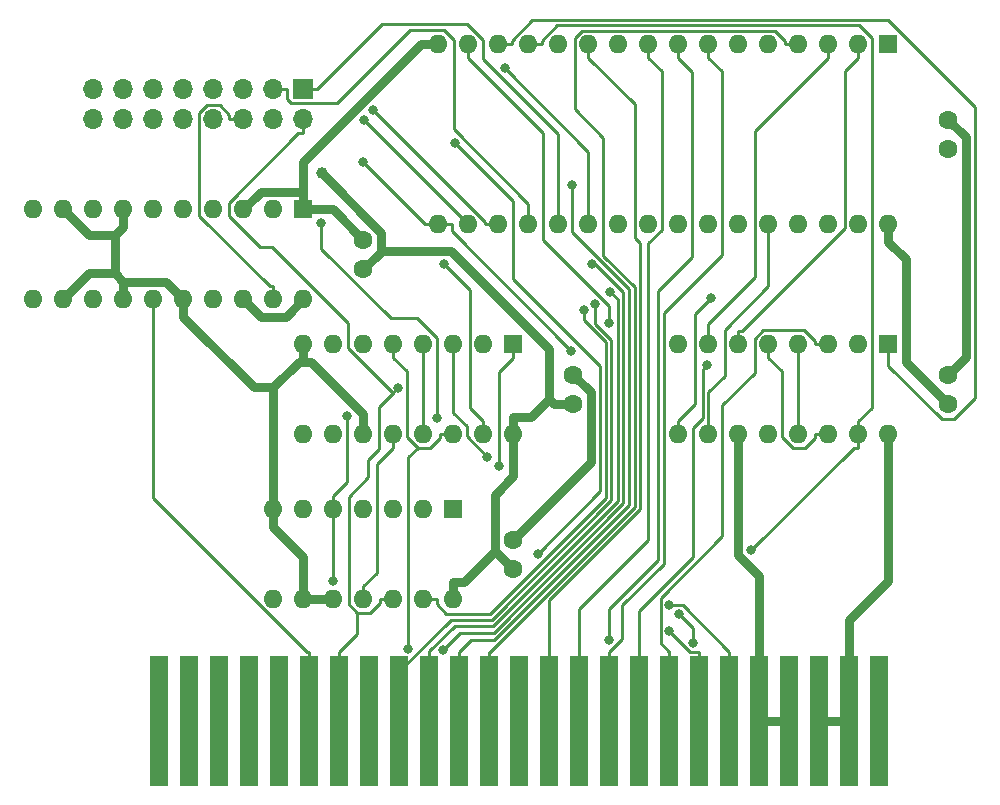
<source format=gbl>
G04 #@! TF.GenerationSoftware,KiCad,Pcbnew,(5.1.5)-3*
G04 #@! TF.CreationDate,2020-04-03T16:25:13+03:00*
G04 #@! TF.ProjectId,MSX USB Drive,4d535820-5553-4422-9044-726976652e6b,rev?*
G04 #@! TF.SameCoordinates,Original*
G04 #@! TF.FileFunction,Copper,L2,Bot*
G04 #@! TF.FilePolarity,Positive*
%FSLAX46Y46*%
G04 Gerber Fmt 4.6, Leading zero omitted, Abs format (unit mm)*
G04 Created by KiCad (PCBNEW (5.1.5)-3) date 2020-04-03 16:25:14*
%MOMM*%
%LPD*%
G04 APERTURE LIST*
%ADD10C,1.600000*%
%ADD11R,1.500000X11.000000*%
%ADD12R,1.700000X1.700000*%
%ADD13O,1.700000X1.700000*%
%ADD14R,1.600000X1.600000*%
%ADD15O,1.600000X1.600000*%
%ADD16C,1.000000*%
%ADD17C,0.800000*%
%ADD18C,0.750000*%
%ADD19C,0.250000*%
G04 APERTURE END LIST*
D10*
X195580000Y-95250000D03*
X195580000Y-92750000D03*
X158750000Y-128310000D03*
X158750000Y-130810000D03*
X146050000Y-105410000D03*
X146050000Y-102910000D03*
X163830000Y-114340000D03*
X163830000Y-116840000D03*
X195580000Y-116840000D03*
X195580000Y-114340000D03*
D11*
X128790000Y-143637000D03*
X131330000Y-143637000D03*
X133870000Y-143637000D03*
X136410000Y-143637000D03*
X138950000Y-143637000D03*
X141490000Y-143637000D03*
X144030000Y-143637000D03*
X146570000Y-143637000D03*
X149110000Y-143637000D03*
X151650000Y-143637000D03*
X154190000Y-143637000D03*
X156730000Y-143637000D03*
X159270000Y-143637000D03*
X161810000Y-143637000D03*
X164350000Y-143637000D03*
X166890000Y-143637000D03*
X169430000Y-143637000D03*
X171970000Y-143637000D03*
X174510000Y-143637000D03*
X177050000Y-143637000D03*
X179590000Y-143637000D03*
X182130000Y-143637000D03*
X184670000Y-143637000D03*
X187210000Y-143637000D03*
X189750000Y-143637000D03*
D12*
X140970000Y-90170000D03*
D13*
X140970000Y-92710000D03*
X138430000Y-90170000D03*
X138430000Y-92710000D03*
X135890000Y-90170000D03*
X135890000Y-92710000D03*
X133350000Y-90170000D03*
X133350000Y-92710000D03*
X130810000Y-90170000D03*
X130810000Y-92710000D03*
X128270000Y-90170000D03*
X128270000Y-92710000D03*
X125730000Y-90170000D03*
X125730000Y-92710000D03*
X123190000Y-90170000D03*
X123190000Y-92710000D03*
D14*
X153670000Y-125730000D03*
D15*
X138430000Y-133350000D03*
X151130000Y-125730000D03*
X140970000Y-133350000D03*
X148590000Y-125730000D03*
X143510000Y-133350000D03*
X146050000Y-125730000D03*
X146050000Y-133350000D03*
X143510000Y-125730000D03*
X148590000Y-133350000D03*
X140970000Y-125730000D03*
X151130000Y-133350000D03*
X138430000Y-125730000D03*
X153670000Y-133350000D03*
D14*
X140970000Y-100330000D03*
D15*
X118110000Y-107950000D03*
X138430000Y-100330000D03*
X120650000Y-107950000D03*
X135890000Y-100330000D03*
X123190000Y-107950000D03*
X133350000Y-100330000D03*
X125730000Y-107950000D03*
X130810000Y-100330000D03*
X128270000Y-107950000D03*
X128270000Y-100330000D03*
X130810000Y-107950000D03*
X125730000Y-100330000D03*
X133350000Y-107950000D03*
X123190000Y-100330000D03*
X135890000Y-107950000D03*
X120650000Y-100330000D03*
X138430000Y-107950000D03*
X118110000Y-100330000D03*
X140970000Y-107950000D03*
D14*
X190500000Y-111760000D03*
D15*
X172720000Y-119380000D03*
X187960000Y-111760000D03*
X175260000Y-119380000D03*
X185420000Y-111760000D03*
X177800000Y-119380000D03*
X182880000Y-111760000D03*
X180340000Y-119380000D03*
X180340000Y-111760000D03*
X182880000Y-119380000D03*
X177800000Y-111760000D03*
X185420000Y-119380000D03*
X175260000Y-111760000D03*
X187960000Y-119380000D03*
X172720000Y-111760000D03*
X190500000Y-119380000D03*
X158750000Y-119380000D03*
X140970000Y-111760000D03*
X156210000Y-119380000D03*
X143510000Y-111760000D03*
X153670000Y-119380000D03*
X146050000Y-111760000D03*
X151130000Y-119380000D03*
X148590000Y-111760000D03*
X148590000Y-119380000D03*
X151130000Y-111760000D03*
X146050000Y-119380000D03*
X153670000Y-111760000D03*
X143510000Y-119380000D03*
X156210000Y-111760000D03*
X140970000Y-119380000D03*
D14*
X158750000Y-111760000D03*
X190500000Y-86360000D03*
D15*
X152400000Y-101600000D03*
X187960000Y-86360000D03*
X154940000Y-101600000D03*
X185420000Y-86360000D03*
X157480000Y-101600000D03*
X182880000Y-86360000D03*
X160020000Y-101600000D03*
X180340000Y-86360000D03*
X162560000Y-101600000D03*
X177800000Y-86360000D03*
X165100000Y-101600000D03*
X175260000Y-86360000D03*
X167640000Y-101600000D03*
X172720000Y-86360000D03*
X170180000Y-101600000D03*
X170180000Y-86360000D03*
X172720000Y-101600000D03*
X167640000Y-86360000D03*
X175260000Y-101600000D03*
X165100000Y-86360000D03*
X177800000Y-101600000D03*
X162560000Y-86360000D03*
X180340000Y-101600000D03*
X160020000Y-86360000D03*
X182880000Y-101600000D03*
X157480000Y-86360000D03*
X185420000Y-101600000D03*
X154940000Y-86360000D03*
X187960000Y-101600000D03*
X152400000Y-86360000D03*
X190500000Y-101600000D03*
D16*
X142535700Y-97294400D03*
D17*
X148974800Y-115462000D03*
X165675200Y-108351200D03*
X166947300Y-107288400D03*
X163685400Y-98284200D03*
X175143000Y-113539400D03*
X145985200Y-96310500D03*
X163671300Y-112301100D03*
X171966300Y-136029400D03*
X157524700Y-122038600D03*
X146877400Y-91937300D03*
X171962300Y-133867200D03*
X156551600Y-121313300D03*
X146080300Y-92740300D03*
X173985000Y-137055300D03*
X172809800Y-134609700D03*
X152908700Y-104949100D03*
X166865200Y-109945300D03*
X178907100Y-129156400D03*
X166890000Y-136754400D03*
X152319600Y-118025800D03*
X142510100Y-101484800D03*
X160832300Y-129505900D03*
X153839100Y-94687200D03*
X152815500Y-137612400D03*
X165389900Y-104975400D03*
X149860100Y-137527800D03*
X158013700Y-88400700D03*
X144688400Y-117809500D03*
X143510000Y-131802400D03*
X164717100Y-108821100D03*
X175491300Y-107808200D03*
D18*
X158750000Y-119380000D02*
X158750000Y-120855300D01*
X157193000Y-129253000D02*
X157193000Y-124483600D01*
X157193000Y-124483600D02*
X158750000Y-122926600D01*
X158750000Y-122926600D02*
X158750000Y-120855300D01*
X140970000Y-107950000D02*
X139467500Y-109452500D01*
X139467500Y-109452500D02*
X137392500Y-109452500D01*
X137392500Y-109452500D02*
X135890000Y-107950000D01*
X147553300Y-103873700D02*
X147553300Y-102312000D01*
X147553300Y-102312000D02*
X142535700Y-97294400D01*
X147553300Y-103873700D02*
X147553300Y-103906700D01*
X147553300Y-103906700D02*
X146050000Y-105410000D01*
X147553300Y-103873700D02*
X153444400Y-103873700D01*
X153444400Y-103873700D02*
X161761200Y-112190500D01*
X161761200Y-112190500D02*
X161761200Y-116368800D01*
X158750000Y-119380000D02*
X158750000Y-117904700D01*
X161761200Y-116368800D02*
X162232400Y-116840000D01*
X162232400Y-116840000D02*
X163830000Y-116840000D01*
X158750000Y-117904700D02*
X160225300Y-117904700D01*
X160225300Y-117904700D02*
X161761200Y-116368800D01*
X153670000Y-133350000D02*
X153670000Y-131874700D01*
X157193000Y-129253000D02*
X158750000Y-130810000D01*
X153670000Y-131874700D02*
X154571300Y-131874700D01*
X154571300Y-131874700D02*
X157193000Y-129253000D01*
X190500000Y-101600000D02*
X190500000Y-103075300D01*
X190500000Y-103075300D02*
X191975300Y-104550600D01*
X191975300Y-104550600D02*
X191975300Y-113235300D01*
X191975300Y-113235300D02*
X195580000Y-116840000D01*
X190500000Y-119380000D02*
X190500000Y-131832200D01*
X190500000Y-131832200D02*
X187210000Y-135122200D01*
X187210000Y-135122200D02*
X187210000Y-143637000D01*
X187210000Y-143637000D02*
X184670000Y-143637000D01*
X158750000Y-128310000D02*
X165319600Y-121740400D01*
X165319600Y-121740400D02*
X165319600Y-115829600D01*
X165319600Y-115829600D02*
X163830000Y-114340000D01*
X140970000Y-98850000D02*
X140970000Y-100330000D01*
X150924700Y-86360000D02*
X140970000Y-96314700D01*
X140970000Y-96314700D02*
X140970000Y-98850000D01*
X135890000Y-100330000D02*
X137370000Y-98850000D01*
X137370000Y-98850000D02*
X140970000Y-98850000D01*
X152400000Y-86360000D02*
X150924700Y-86360000D01*
X124992300Y-105737000D02*
X125730000Y-106474700D01*
X124992300Y-102543000D02*
X124992300Y-105737000D01*
X124992300Y-105737000D02*
X122863000Y-105737000D01*
X122863000Y-105737000D02*
X120650000Y-107950000D01*
X124992300Y-102543000D02*
X122863000Y-102543000D01*
X122863000Y-102543000D02*
X120650000Y-100330000D01*
X125730000Y-101805300D02*
X124992300Y-102543000D01*
X146050000Y-117904700D02*
X146050000Y-117650400D01*
X146050000Y-117650400D02*
X141634900Y-113235300D01*
X141634900Y-113235300D02*
X140970000Y-113235300D01*
X130810000Y-107950000D02*
X129334700Y-106474700D01*
X129334700Y-106474700D02*
X125730000Y-106474700D01*
X130810000Y-108548100D02*
X130810000Y-107950000D01*
X130810000Y-108548100D02*
X130810000Y-109425300D01*
X125730000Y-107950000D02*
X125730000Y-106474700D01*
X142445300Y-100330000D02*
X143470000Y-100330000D01*
X143470000Y-100330000D02*
X146050000Y-102910000D01*
X195580000Y-114340000D02*
X197059100Y-112860900D01*
X197059100Y-112860900D02*
X197059100Y-94229100D01*
X197059100Y-94229100D02*
X195580000Y-92750000D01*
X125730000Y-100330000D02*
X125730000Y-101805300D01*
X177800000Y-119380000D02*
X177800000Y-120855300D01*
X177800000Y-120855300D02*
X177800000Y-129606100D01*
X177800000Y-129606100D02*
X179590000Y-131396100D01*
X179590000Y-131396100D02*
X179590000Y-143637000D01*
X146050000Y-119380000D02*
X146050000Y-117904700D01*
X140970000Y-111760000D02*
X140970000Y-113235300D01*
X138430000Y-115397800D02*
X140592500Y-113235300D01*
X140592500Y-113235300D02*
X140970000Y-113235300D01*
X138430000Y-115397800D02*
X136782500Y-115397800D01*
X136782500Y-115397800D02*
X130810000Y-109425300D01*
X138430000Y-124254700D02*
X138430000Y-115397800D01*
X140970000Y-100330000D02*
X142445300Y-100330000D01*
X138430000Y-125730000D02*
X138430000Y-124254700D01*
X140970000Y-133350000D02*
X140970000Y-129745300D01*
X140970000Y-129745300D02*
X138430000Y-127205300D01*
X182130000Y-143637000D02*
X179590000Y-143637000D01*
X143510000Y-133350000D02*
X140970000Y-133350000D01*
X138430000Y-125730000D02*
X138430000Y-127205300D01*
D19*
X141490000Y-137811700D02*
X141298000Y-137811700D01*
X141298000Y-137811700D02*
X128270000Y-124783700D01*
X128270000Y-124783700D02*
X128270000Y-109075300D01*
X128270000Y-107950000D02*
X128270000Y-109075300D01*
X141490000Y-143637000D02*
X141490000Y-137811700D01*
X148550400Y-115855500D02*
X148943900Y-115462000D01*
X148943900Y-115462000D02*
X148974800Y-115462000D01*
X145554200Y-134475400D02*
X144850700Y-133771900D01*
X144850700Y-133771900D02*
X144850700Y-124654600D01*
X144850700Y-124654600D02*
X146485700Y-123019600D01*
X146485700Y-123019600D02*
X146485700Y-121510400D01*
X146485700Y-121510400D02*
X147370000Y-120626100D01*
X147370000Y-120626100D02*
X147370000Y-117035900D01*
X147370000Y-117035900D02*
X148550400Y-115855500D01*
X148550400Y-115855500D02*
X144780000Y-112085100D01*
X144780000Y-112085100D02*
X144780000Y-109967100D01*
X144780000Y-109967100D02*
X138351000Y-103538100D01*
X138351000Y-103538100D02*
X137343000Y-103538100D01*
X137343000Y-103538100D02*
X134656700Y-100851800D01*
X134656700Y-100851800D02*
X134656700Y-99757900D01*
X134656700Y-99757900D02*
X140529300Y-93885300D01*
X140529300Y-93885300D02*
X140970000Y-93885300D01*
X140970000Y-92710000D02*
X140970000Y-93885300D01*
X145554200Y-134475400D02*
X146620800Y-134475400D01*
X146620800Y-134475400D02*
X147464700Y-133631500D01*
X147464700Y-133631500D02*
X147464700Y-133350000D01*
X145554200Y-134475400D02*
X145554200Y-136287500D01*
X145554200Y-136287500D02*
X144030000Y-137811700D01*
X144030000Y-143637000D02*
X144030000Y-137811700D01*
X148590000Y-133350000D02*
X147464700Y-133350000D01*
X165675200Y-108351200D02*
X165675200Y-110037000D01*
X165675200Y-110037000D02*
X167046600Y-111408400D01*
X167046600Y-111408400D02*
X167046600Y-124954500D01*
X167046600Y-124954500D02*
X156917000Y-135084100D01*
X156917000Y-135084100D02*
X153472800Y-135084100D01*
X153472800Y-135084100D02*
X149110000Y-139446900D01*
X149110000Y-139446900D02*
X149110000Y-143637000D01*
X166947300Y-107288400D02*
X167603800Y-107944900D01*
X167603800Y-107944900D02*
X167603800Y-125034200D01*
X167603800Y-125034200D02*
X157045900Y-135592100D01*
X157045900Y-135592100D02*
X153810100Y-135592100D01*
X153810100Y-135592100D02*
X151650000Y-137752200D01*
X151650000Y-137752200D02*
X151650000Y-137811700D01*
X151650000Y-143637000D02*
X151650000Y-137811700D01*
X163685400Y-98284200D02*
X163685400Y-102238300D01*
X163685400Y-102238300D02*
X168525100Y-107078000D01*
X168525100Y-107078000D02*
X168525100Y-125386700D01*
X168525100Y-125386700D02*
X157122300Y-136789500D01*
X157122300Y-136789500D02*
X155212200Y-136789500D01*
X155212200Y-136789500D02*
X154190000Y-137811700D01*
X154190000Y-143637000D02*
X154190000Y-137811700D01*
X181754700Y-86360000D02*
X181754700Y-86078700D01*
X181754700Y-86078700D02*
X180883600Y-85207600D01*
X180883600Y-85207600D02*
X164606300Y-85207600D01*
X164606300Y-85207600D02*
X163973200Y-85840700D01*
X163973200Y-85840700D02*
X163973200Y-91862700D01*
X163973200Y-91862700D02*
X166370000Y-94259500D01*
X166370000Y-94259500D02*
X166370000Y-104285900D01*
X166370000Y-104285900D02*
X169023600Y-106939500D01*
X169023600Y-106939500D02*
X169023600Y-125525100D01*
X169023600Y-125525100D02*
X156737000Y-137811700D01*
X156737000Y-137811700D02*
X156730000Y-137811700D01*
X156730000Y-143637000D02*
X156730000Y-137811700D01*
X182880000Y-86360000D02*
X181754700Y-86360000D01*
X165100000Y-86360000D02*
X165100000Y-87485300D01*
X165100000Y-87485300D02*
X169023400Y-91408700D01*
X169023400Y-91408700D02*
X169023400Y-102725400D01*
X169023400Y-102725400D02*
X169474000Y-103176000D01*
X169474000Y-103176000D02*
X169474000Y-125711600D01*
X169474000Y-125711600D02*
X161810000Y-133375600D01*
X161810000Y-133375600D02*
X161810000Y-143637000D01*
X164350000Y-143637000D02*
X164350000Y-134189100D01*
X164350000Y-134189100D02*
X170198700Y-128340400D01*
X170198700Y-128340400D02*
X170198700Y-103172900D01*
X170198700Y-103172900D02*
X171328600Y-102043000D01*
X171328600Y-102043000D02*
X171328600Y-88633900D01*
X171328600Y-88633900D02*
X170180000Y-87485300D01*
X170180000Y-86360000D02*
X170180000Y-87485300D01*
X166890000Y-143637000D02*
X166890000Y-137811700D01*
X175260000Y-86360000D02*
X175260000Y-87485300D01*
X175260000Y-87485300D02*
X176385800Y-88611100D01*
X176385800Y-88611100D02*
X176385800Y-104196700D01*
X176385800Y-104196700D02*
X171494700Y-109087800D01*
X171494700Y-109087800D02*
X171494700Y-130318100D01*
X171494700Y-130318100D02*
X167965300Y-133847500D01*
X167965300Y-133847500D02*
X167965300Y-136736400D01*
X167965300Y-136736400D02*
X166890000Y-137811700D01*
X175143000Y-113539400D02*
X174809600Y-113872800D01*
X174809600Y-113872800D02*
X174809600Y-118030200D01*
X174809600Y-118030200D02*
X173990000Y-118849800D01*
X173990000Y-118849800D02*
X173990000Y-129773900D01*
X173990000Y-129773900D02*
X169430000Y-134333900D01*
X169430000Y-134333900D02*
X169430000Y-143637000D01*
X190500000Y-111760000D02*
X190500000Y-113564800D01*
X190500000Y-113564800D02*
X195033100Y-118097900D01*
X195033100Y-118097900D02*
X196104400Y-118097900D01*
X196104400Y-118097900D02*
X197863200Y-116339100D01*
X197863200Y-116339100D02*
X197863200Y-91662000D01*
X197863200Y-91662000D02*
X190508100Y-84306900D01*
X190508100Y-84306900D02*
X160377100Y-84306900D01*
X160377100Y-84306900D02*
X158605300Y-86078700D01*
X158605300Y-86078700D02*
X158605300Y-86360000D01*
X157480000Y-86360000D02*
X158605300Y-86360000D01*
X171970000Y-143637000D02*
X171970000Y-137811700D01*
X185420000Y-111760000D02*
X184294700Y-111760000D01*
X184294700Y-111760000D02*
X184294700Y-111478700D01*
X184294700Y-111478700D02*
X183379000Y-110563000D01*
X183379000Y-110563000D02*
X179924600Y-110563000D01*
X179924600Y-110563000D02*
X179214600Y-111273000D01*
X179214600Y-111273000D02*
X179214600Y-114145900D01*
X179214600Y-114145900D02*
X176459300Y-116901200D01*
X176459300Y-116901200D02*
X176459300Y-128018300D01*
X176459300Y-128018300D02*
X171230100Y-133247500D01*
X171230100Y-133247500D02*
X171230100Y-137071800D01*
X171230100Y-137071800D02*
X171970000Y-137811700D01*
X151274700Y-101600000D02*
X145985200Y-96310500D01*
X152400000Y-101600000D02*
X151274700Y-101600000D01*
X152962700Y-101600000D02*
X152400000Y-101600000D01*
X152962700Y-101600000D02*
X153525300Y-101600000D01*
X153525300Y-101600000D02*
X153525300Y-102155100D01*
X153525300Y-102155100D02*
X163671300Y-112301100D01*
X156354700Y-101600000D02*
X156354700Y-101414600D01*
X156354700Y-101414600D02*
X146877400Y-91937300D01*
X171966300Y-136029400D02*
X171966300Y-136062300D01*
X171966300Y-136062300D02*
X173715700Y-137811700D01*
X173715700Y-137811700D02*
X174510000Y-137811700D01*
X174510000Y-143637000D02*
X174510000Y-137811700D01*
X158750000Y-112885300D02*
X157524700Y-114110600D01*
X157524700Y-114110600D02*
X157524700Y-122038600D01*
X158750000Y-111760000D02*
X158750000Y-112885300D01*
X157480000Y-101600000D02*
X156354700Y-101600000D01*
X177050000Y-137811700D02*
X173105500Y-133867200D01*
X173105500Y-133867200D02*
X171962300Y-133867200D01*
X153670000Y-111760000D02*
X153670000Y-117579600D01*
X153670000Y-117579600D02*
X154795600Y-118705200D01*
X154795600Y-118705200D02*
X154795600Y-119557300D01*
X154795600Y-119557300D02*
X156551600Y-121313300D01*
X177050000Y-143637000D02*
X177050000Y-137811700D01*
X140970000Y-90170000D02*
X142145300Y-90170000D01*
X162560000Y-101600000D02*
X162560000Y-100474700D01*
X162560000Y-100474700D02*
X162560000Y-93975300D01*
X162560000Y-93975300D02*
X156210000Y-87625300D01*
X156210000Y-87625300D02*
X156210000Y-86014500D01*
X156210000Y-86014500D02*
X154866600Y-84671100D01*
X154866600Y-84671100D02*
X147644200Y-84671100D01*
X147644200Y-84671100D02*
X142145300Y-90170000D01*
X160020000Y-100474700D02*
X160020000Y-99842300D01*
X160020000Y-99842300D02*
X153740700Y-93563000D01*
X153740700Y-93563000D02*
X153740700Y-85952300D01*
X153740700Y-85952300D02*
X152909900Y-85121500D01*
X152909900Y-85121500D02*
X150044600Y-85121500D01*
X150044600Y-85121500D02*
X143820800Y-91345300D01*
X143820800Y-91345300D02*
X139972500Y-91345300D01*
X139972500Y-91345300D02*
X139605300Y-90978100D01*
X139605300Y-90978100D02*
X139605300Y-90170000D01*
X138430000Y-90170000D02*
X139605300Y-90170000D01*
X160020000Y-101600000D02*
X160020000Y-100474700D01*
X154940000Y-101600000D02*
X146080300Y-92740300D01*
X173985000Y-137055300D02*
X173985000Y-135784900D01*
X173985000Y-135784900D02*
X172809800Y-134609700D01*
X156210000Y-119380000D02*
X156210000Y-118254700D01*
X156210000Y-118254700D02*
X155084700Y-117129400D01*
X155084700Y-117129400D02*
X155084700Y-107125100D01*
X155084700Y-107125100D02*
X152908700Y-104949100D01*
X154940000Y-87485300D02*
X161290000Y-93835300D01*
X161290000Y-93835300D02*
X161290000Y-102901500D01*
X161290000Y-102901500D02*
X166865200Y-108476700D01*
X166865200Y-108476700D02*
X166865200Y-109945300D01*
X154940000Y-86360000D02*
X154940000Y-87485300D01*
X187960000Y-118254700D02*
X189085300Y-117129400D01*
X189085300Y-117129400D02*
X189085300Y-85856500D01*
X189085300Y-85856500D02*
X187986000Y-84757200D01*
X187986000Y-84757200D02*
X162466800Y-84757200D01*
X162466800Y-84757200D02*
X161145300Y-86078700D01*
X161145300Y-86078700D02*
X161145300Y-86360000D01*
X187960000Y-119380000D02*
X187960000Y-118254700D01*
X160020000Y-86360000D02*
X161145300Y-86360000D01*
X187960000Y-120505300D02*
X187558200Y-120505300D01*
X187558200Y-120505300D02*
X178907100Y-129156400D01*
X187960000Y-119380000D02*
X187960000Y-120505300D01*
X172720000Y-87485300D02*
X173910600Y-88675900D01*
X173910600Y-88675900D02*
X173910600Y-104343900D01*
X173910600Y-104343900D02*
X171044300Y-107210200D01*
X171044300Y-107210200D02*
X171044300Y-130054800D01*
X171044300Y-130054800D02*
X166890000Y-134209100D01*
X166890000Y-134209100D02*
X166890000Y-136754400D01*
X172720000Y-86360000D02*
X172720000Y-87485300D01*
X142510100Y-101484800D02*
X142510100Y-103672000D01*
X142510100Y-103672000D02*
X148377800Y-109539700D01*
X148377800Y-109539700D02*
X150595100Y-109539700D01*
X150595100Y-109539700D02*
X152319600Y-111264200D01*
X152319600Y-111264200D02*
X152319600Y-118025800D01*
X153839100Y-94687200D02*
X158750000Y-99598100D01*
X158750000Y-99598100D02*
X158750000Y-106248900D01*
X158750000Y-106248900D02*
X166134100Y-113633000D01*
X166134100Y-113633000D02*
X166134100Y-124204100D01*
X166134100Y-124204100D02*
X160832300Y-129505900D01*
X182880000Y-111760000D02*
X182880000Y-119380000D01*
X151130000Y-119380000D02*
X151130000Y-118254700D01*
X151130000Y-111760000D02*
X151130000Y-112885300D01*
X151130000Y-112885300D02*
X151130000Y-118254700D01*
X165389900Y-104975400D02*
X165389900Y-104975500D01*
X165389900Y-104975500D02*
X165686700Y-104975500D01*
X165686700Y-104975500D02*
X168071000Y-107359800D01*
X168071000Y-107359800D02*
X168071000Y-125203900D01*
X168071000Y-125203900D02*
X157095000Y-136179900D01*
X157095000Y-136179900D02*
X154248000Y-136179900D01*
X154248000Y-136179900D02*
X152815500Y-137612400D01*
X150647900Y-120505300D02*
X151700800Y-120505300D01*
X151700800Y-120505300D02*
X152544700Y-119661400D01*
X152544700Y-119661400D02*
X152544700Y-119380000D01*
X148590000Y-112885300D02*
X149715300Y-114010600D01*
X149715300Y-114010600D02*
X149715300Y-119572700D01*
X149715300Y-119572700D02*
X150647900Y-120505300D01*
X150647900Y-120505300D02*
X149860100Y-121293100D01*
X149860100Y-121293100D02*
X149860100Y-137527800D01*
X153670000Y-119380000D02*
X152544700Y-119380000D01*
X148590000Y-111760000D02*
X148590000Y-112885300D01*
X180340000Y-111760000D02*
X180340000Y-112885300D01*
X185420000Y-119380000D02*
X184294700Y-119380000D01*
X184294700Y-119380000D02*
X184294700Y-119661300D01*
X184294700Y-119661300D02*
X183444200Y-120511800D01*
X183444200Y-120511800D02*
X182392000Y-120511800D01*
X182392000Y-120511800D02*
X181465300Y-119585100D01*
X181465300Y-119585100D02*
X181465300Y-114010600D01*
X181465300Y-114010600D02*
X180340000Y-112885300D01*
X165100000Y-101600000D02*
X165100000Y-95487000D01*
X165100000Y-95487000D02*
X158013700Y-88400700D01*
X143510000Y-125730000D02*
X143510000Y-124604700D01*
X143510000Y-124604700D02*
X144688400Y-123426300D01*
X144688400Y-123426300D02*
X144688400Y-117809500D01*
X143510000Y-131802400D02*
X143510000Y-125730000D01*
X152255300Y-133350000D02*
X152255300Y-133772000D01*
X152255300Y-133772000D02*
X153087800Y-134604500D01*
X153087800Y-134604500D02*
X156759700Y-134604500D01*
X156759700Y-134604500D02*
X166596200Y-124768000D01*
X166596200Y-124768000D02*
X166596200Y-111594900D01*
X166596200Y-111594900D02*
X164717100Y-109715800D01*
X164717100Y-109715800D02*
X164717100Y-108821100D01*
X151130000Y-133350000D02*
X152255300Y-133350000D01*
X138430000Y-107950000D02*
X138430000Y-106824700D01*
X135890000Y-92710000D02*
X134714700Y-92710000D01*
X138430000Y-106824700D02*
X138148700Y-106824700D01*
X138148700Y-106824700D02*
X132174600Y-100850600D01*
X132174600Y-100850600D02*
X132174600Y-92184400D01*
X132174600Y-92184400D02*
X132824300Y-91534700D01*
X132824300Y-91534700D02*
X133906800Y-91534700D01*
X133906800Y-91534700D02*
X134714700Y-92342600D01*
X134714700Y-92342600D02*
X134714700Y-92710000D01*
X146050000Y-133350000D02*
X146050000Y-132224700D01*
X148590000Y-119380000D02*
X148590000Y-120505300D01*
X148590000Y-120505300D02*
X147175300Y-121920000D01*
X147175300Y-121920000D02*
X147175300Y-131099400D01*
X147175300Y-131099400D02*
X146050000Y-132224700D01*
X172720000Y-119380000D02*
X172720000Y-118254700D01*
X175491300Y-107808200D02*
X174134600Y-109164900D01*
X174134600Y-109164900D02*
X174134600Y-116840100D01*
X174134600Y-116840100D02*
X172720000Y-118254700D01*
X180340000Y-102725300D02*
X180340000Y-106842400D01*
X180340000Y-106842400D02*
X176658200Y-110524200D01*
X176658200Y-110524200D02*
X176658200Y-114429500D01*
X176658200Y-114429500D02*
X175260000Y-115827700D01*
X175260000Y-115827700D02*
X175260000Y-119380000D01*
X180340000Y-101600000D02*
X180340000Y-102725300D01*
X177800000Y-111760000D02*
X177800000Y-110634700D01*
X187960000Y-86360000D02*
X187960000Y-87485300D01*
X187960000Y-87485300D02*
X186834700Y-88610600D01*
X186834700Y-88610600D02*
X186834700Y-101881300D01*
X186834700Y-101881300D02*
X178081300Y-110634700D01*
X178081300Y-110634700D02*
X177800000Y-110634700D01*
X185420000Y-86360000D02*
X185420000Y-87485300D01*
X185420000Y-87485300D02*
X179193800Y-93711500D01*
X179193800Y-93711500D02*
X179193800Y-106087700D01*
X179193800Y-106087700D02*
X175260000Y-110021500D01*
X175260000Y-110021500D02*
X175260000Y-111760000D01*
M02*

</source>
